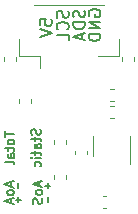
<source format=gbr>
G04 #@! TF.GenerationSoftware,KiCad,Pcbnew,(5.1.0-0)*
G04 #@! TF.CreationDate,2019-06-18T08:50:15-07:00*
G04 #@! TF.ProjectId,airdata,61697264-6174-4612-9e6b-696361645f70,rev?*
G04 #@! TF.SameCoordinates,Original*
G04 #@! TF.FileFunction,Legend,Bot*
G04 #@! TF.FilePolarity,Positive*
%FSLAX46Y46*%
G04 Gerber Fmt 4.6, Leading zero omitted, Abs format (unit mm)*
G04 Created by KiCad (PCBNEW (5.1.0-0)) date 2019-06-18 08:50:15*
%MOMM*%
%LPD*%
G04 APERTURE LIST*
%ADD10C,0.150000*%
%ADD11C,0.120000*%
G04 APERTURE END LIST*
D10*
X39192857Y-59471428D02*
X39192857Y-59928571D01*
X39421428Y-59700000D02*
X38964285Y-59700000D01*
X39192857Y-60671428D02*
X39192857Y-61128571D01*
X36707142Y-61128571D02*
X36707142Y-60671428D01*
X36478571Y-60900000D02*
X36935714Y-60900000D01*
X36707142Y-59928571D02*
X36707142Y-59471428D01*
X38573809Y-54919047D02*
X38611904Y-55033333D01*
X38611904Y-55223809D01*
X38573809Y-55300000D01*
X38535714Y-55338095D01*
X38459523Y-55376190D01*
X38383333Y-55376190D01*
X38307142Y-55338095D01*
X38269047Y-55300000D01*
X38230952Y-55223809D01*
X38192857Y-55071428D01*
X38154761Y-54995238D01*
X38116666Y-54957142D01*
X38040476Y-54919047D01*
X37964285Y-54919047D01*
X37888095Y-54957142D01*
X37850000Y-54995238D01*
X37811904Y-55071428D01*
X37811904Y-55261904D01*
X37850000Y-55376190D01*
X38078571Y-55604761D02*
X38078571Y-55909523D01*
X37811904Y-55719047D02*
X38497619Y-55719047D01*
X38573809Y-55757142D01*
X38611904Y-55833333D01*
X38611904Y-55909523D01*
X38611904Y-56519047D02*
X38192857Y-56519047D01*
X38116666Y-56480952D01*
X38078571Y-56404761D01*
X38078571Y-56252380D01*
X38116666Y-56176190D01*
X38573809Y-56519047D02*
X38611904Y-56442857D01*
X38611904Y-56252380D01*
X38573809Y-56176190D01*
X38497619Y-56138095D01*
X38421428Y-56138095D01*
X38345238Y-56176190D01*
X38307142Y-56252380D01*
X38307142Y-56442857D01*
X38269047Y-56519047D01*
X38078571Y-56785714D02*
X38078571Y-57090476D01*
X37811904Y-56900000D02*
X38497619Y-56900000D01*
X38573809Y-56938095D01*
X38611904Y-57014285D01*
X38611904Y-57090476D01*
X38611904Y-57357142D02*
X38078571Y-57357142D01*
X37811904Y-57357142D02*
X37850000Y-57319047D01*
X37888095Y-57357142D01*
X37850000Y-57395238D01*
X37811904Y-57357142D01*
X37888095Y-57357142D01*
X38573809Y-58080952D02*
X38611904Y-58004761D01*
X38611904Y-57852380D01*
X38573809Y-57776190D01*
X38535714Y-57738095D01*
X38459523Y-57700000D01*
X38230952Y-57700000D01*
X38154761Y-57738095D01*
X38116666Y-57776190D01*
X38078571Y-57852380D01*
X38078571Y-58004761D01*
X38116666Y-58080952D01*
X35561904Y-55109523D02*
X35561904Y-55566666D01*
X36361904Y-55338095D02*
X35561904Y-55338095D01*
X36361904Y-55947619D02*
X36323809Y-55871428D01*
X36285714Y-55833333D01*
X36209523Y-55795238D01*
X35980952Y-55795238D01*
X35904761Y-55833333D01*
X35866666Y-55871428D01*
X35828571Y-55947619D01*
X35828571Y-56061904D01*
X35866666Y-56138095D01*
X35904761Y-56176190D01*
X35980952Y-56214285D01*
X36209523Y-56214285D01*
X36285714Y-56176190D01*
X36323809Y-56138095D01*
X36361904Y-56061904D01*
X36361904Y-55947619D01*
X35828571Y-56442857D02*
X35828571Y-56747619D01*
X35561904Y-56557142D02*
X36247619Y-56557142D01*
X36323809Y-56595238D01*
X36361904Y-56671428D01*
X36361904Y-56747619D01*
X36361904Y-57357142D02*
X35942857Y-57357142D01*
X35866666Y-57319047D01*
X35828571Y-57242857D01*
X35828571Y-57090476D01*
X35866666Y-57014285D01*
X36323809Y-57357142D02*
X36361904Y-57280952D01*
X36361904Y-57090476D01*
X36323809Y-57014285D01*
X36247619Y-56976190D01*
X36171428Y-56976190D01*
X36095238Y-57014285D01*
X36057142Y-57090476D01*
X36057142Y-57280952D01*
X36019047Y-57357142D01*
X36361904Y-57852380D02*
X36323809Y-57776190D01*
X36247619Y-57738095D01*
X35561904Y-57738095D01*
X38483333Y-59366666D02*
X38483333Y-59747619D01*
X38711904Y-59290476D02*
X37911904Y-59557142D01*
X38711904Y-59823809D01*
X38711904Y-60204761D02*
X38673809Y-60128571D01*
X38635714Y-60090476D01*
X38559523Y-60052380D01*
X38330952Y-60052380D01*
X38254761Y-60090476D01*
X38216666Y-60128571D01*
X38178571Y-60204761D01*
X38178571Y-60319047D01*
X38216666Y-60395238D01*
X38254761Y-60433333D01*
X38330952Y-60471428D01*
X38559523Y-60471428D01*
X38635714Y-60433333D01*
X38673809Y-60395238D01*
X38711904Y-60319047D01*
X38711904Y-60204761D01*
X38673809Y-60776190D02*
X38711904Y-60890476D01*
X38711904Y-61080952D01*
X38673809Y-61157142D01*
X38635714Y-61195238D01*
X38559523Y-61233333D01*
X38483333Y-61233333D01*
X38407142Y-61195238D01*
X38369047Y-61157142D01*
X38330952Y-61080952D01*
X38292857Y-60928571D01*
X38254761Y-60852380D01*
X38216666Y-60814285D01*
X38140476Y-60776190D01*
X38064285Y-60776190D01*
X37988095Y-60814285D01*
X37950000Y-60852380D01*
X37911904Y-60928571D01*
X37911904Y-61119047D01*
X37950000Y-61233333D01*
X36083333Y-59404761D02*
X36083333Y-59785714D01*
X36311904Y-59328571D02*
X35511904Y-59595238D01*
X36311904Y-59861904D01*
X36311904Y-60242857D02*
X36273809Y-60166666D01*
X36235714Y-60128571D01*
X36159523Y-60090476D01*
X35930952Y-60090476D01*
X35854761Y-60128571D01*
X35816666Y-60166666D01*
X35778571Y-60242857D01*
X35778571Y-60357142D01*
X35816666Y-60433333D01*
X35854761Y-60471428D01*
X35930952Y-60509523D01*
X36159523Y-60509523D01*
X36235714Y-60471428D01*
X36273809Y-60433333D01*
X36311904Y-60357142D01*
X36311904Y-60242857D01*
X36083333Y-60814285D02*
X36083333Y-61195238D01*
X36311904Y-60738095D02*
X35511904Y-61004761D01*
X36311904Y-61271428D01*
X42700000Y-45338095D02*
X42652380Y-45242857D01*
X42652380Y-45100000D01*
X42700000Y-44957142D01*
X42795238Y-44861904D01*
X42890476Y-44814285D01*
X43080952Y-44766666D01*
X43223809Y-44766666D01*
X43414285Y-44814285D01*
X43509523Y-44861904D01*
X43604761Y-44957142D01*
X43652380Y-45100000D01*
X43652380Y-45195238D01*
X43604761Y-45338095D01*
X43557142Y-45385714D01*
X43223809Y-45385714D01*
X43223809Y-45195238D01*
X43652380Y-45814285D02*
X42652380Y-45814285D01*
X43652380Y-46385714D01*
X42652380Y-46385714D01*
X43652380Y-46861904D02*
X42652380Y-46861904D01*
X42652380Y-47100000D01*
X42700000Y-47242857D01*
X42795238Y-47338095D01*
X42890476Y-47385714D01*
X43080952Y-47433333D01*
X43223809Y-47433333D01*
X43414285Y-47385714D01*
X43509523Y-47338095D01*
X43604761Y-47242857D01*
X43652380Y-47100000D01*
X43652380Y-46861904D01*
X42304761Y-44885714D02*
X42352380Y-45028571D01*
X42352380Y-45266666D01*
X42304761Y-45361904D01*
X42257142Y-45409523D01*
X42161904Y-45457142D01*
X42066666Y-45457142D01*
X41971428Y-45409523D01*
X41923809Y-45361904D01*
X41876190Y-45266666D01*
X41828571Y-45076190D01*
X41780952Y-44980952D01*
X41733333Y-44933333D01*
X41638095Y-44885714D01*
X41542857Y-44885714D01*
X41447619Y-44933333D01*
X41400000Y-44980952D01*
X41352380Y-45076190D01*
X41352380Y-45314285D01*
X41400000Y-45457142D01*
X42352380Y-45885714D02*
X41352380Y-45885714D01*
X41352380Y-46123809D01*
X41400000Y-46266666D01*
X41495238Y-46361904D01*
X41590476Y-46409523D01*
X41780952Y-46457142D01*
X41923809Y-46457142D01*
X42114285Y-46409523D01*
X42209523Y-46361904D01*
X42304761Y-46266666D01*
X42352380Y-46123809D01*
X42352380Y-45885714D01*
X42066666Y-46838095D02*
X42066666Y-47314285D01*
X42352380Y-46742857D02*
X41352380Y-47076190D01*
X42352380Y-47409523D01*
X40904761Y-44909523D02*
X40952380Y-45052380D01*
X40952380Y-45290476D01*
X40904761Y-45385714D01*
X40857142Y-45433333D01*
X40761904Y-45480952D01*
X40666666Y-45480952D01*
X40571428Y-45433333D01*
X40523809Y-45385714D01*
X40476190Y-45290476D01*
X40428571Y-45100000D01*
X40380952Y-45004761D01*
X40333333Y-44957142D01*
X40238095Y-44909523D01*
X40142857Y-44909523D01*
X40047619Y-44957142D01*
X40000000Y-45004761D01*
X39952380Y-45100000D01*
X39952380Y-45338095D01*
X40000000Y-45480952D01*
X40857142Y-46480952D02*
X40904761Y-46433333D01*
X40952380Y-46290476D01*
X40952380Y-46195238D01*
X40904761Y-46052380D01*
X40809523Y-45957142D01*
X40714285Y-45909523D01*
X40523809Y-45861904D01*
X40380952Y-45861904D01*
X40190476Y-45909523D01*
X40095238Y-45957142D01*
X40000000Y-46052380D01*
X39952380Y-46195238D01*
X39952380Y-46290476D01*
X40000000Y-46433333D01*
X40047619Y-46480952D01*
X40952380Y-47385714D02*
X40952380Y-46909523D01*
X39952380Y-46909523D01*
X38552380Y-46109523D02*
X38552380Y-45633333D01*
X39028571Y-45585714D01*
X38980952Y-45633333D01*
X38933333Y-45728571D01*
X38933333Y-45966666D01*
X38980952Y-46061904D01*
X39028571Y-46109523D01*
X39123809Y-46157142D01*
X39361904Y-46157142D01*
X39457142Y-46109523D01*
X39504761Y-46061904D01*
X39552380Y-45966666D01*
X39552380Y-45728571D01*
X39504761Y-45633333D01*
X39457142Y-45585714D01*
X38552380Y-46442857D02*
X39552380Y-46776190D01*
X38552380Y-47109523D01*
D11*
X38035000Y-44440000D02*
X43965000Y-44440000D01*
X45235000Y-48710000D02*
X43435000Y-48710000D01*
X45235000Y-47260000D02*
X45235000Y-48710000D01*
X38565000Y-48710000D02*
X38565000Y-49700000D01*
X36765000Y-48710000D02*
X38565000Y-48710000D01*
X36765000Y-47260000D02*
X36765000Y-48710000D01*
X43837221Y-60590000D02*
X44162779Y-60590000D01*
X43837221Y-61610000D02*
X44162779Y-61610000D01*
X36790000Y-52662779D02*
X36790000Y-52337221D01*
X37810000Y-52662779D02*
X37810000Y-52337221D01*
X40760000Y-58837221D02*
X40760000Y-59162779D01*
X39740000Y-58837221D02*
X39740000Y-59162779D01*
X39740000Y-56162779D02*
X39740000Y-55837221D01*
X40760000Y-56162779D02*
X40760000Y-55837221D01*
X45490000Y-49162779D02*
X45490000Y-48837221D01*
X46510000Y-49162779D02*
X46510000Y-48837221D01*
X36510000Y-48837221D02*
X36510000Y-49162779D01*
X35490000Y-48837221D02*
X35490000Y-49162779D01*
X46135000Y-55470000D02*
X46135000Y-57900000D01*
X43065000Y-57230000D02*
X43065000Y-55470000D01*
X42510000Y-56737221D02*
X42510000Y-57062779D01*
X41490000Y-56737221D02*
X41490000Y-57062779D01*
X44787779Y-53960000D02*
X44462221Y-53960000D01*
X44787779Y-52940000D02*
X44462221Y-52940000D01*
X44762779Y-52510000D02*
X44437221Y-52510000D01*
X44762779Y-51490000D02*
X44437221Y-51490000D01*
M02*

</source>
